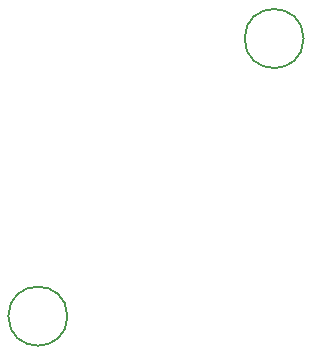
<source format=gbr>
%TF.GenerationSoftware,KiCad,Pcbnew,(6.0.2)*%
%TF.CreationDate,2022-08-24T15:21:41+12:00*%
%TF.ProjectId,Disco3_FBH,44697363-6f33-45f4-9642-482e6b696361,rev?*%
%TF.SameCoordinates,Original*%
%TF.FileFunction,Other,Comment*%
%FSLAX46Y46*%
G04 Gerber Fmt 4.6, Leading zero omitted, Abs format (unit mm)*
G04 Created by KiCad (PCBNEW (6.0.2)) date 2022-08-24 15:21:41*
%MOMM*%
%LPD*%
G01*
G04 APERTURE LIST*
%ADD10C,0.150000*%
G04 APERTURE END LIST*
D10*
%TO.C,REF\u002A\u002A*%
X136200000Y-101250000D02*
G75*
G03*
X136200000Y-101250000I-2500000J0D01*
G01*
X156200000Y-77750000D02*
G75*
G03*
X156200000Y-77750000I-2500000J0D01*
G01*
%TD*%
M02*

</source>
